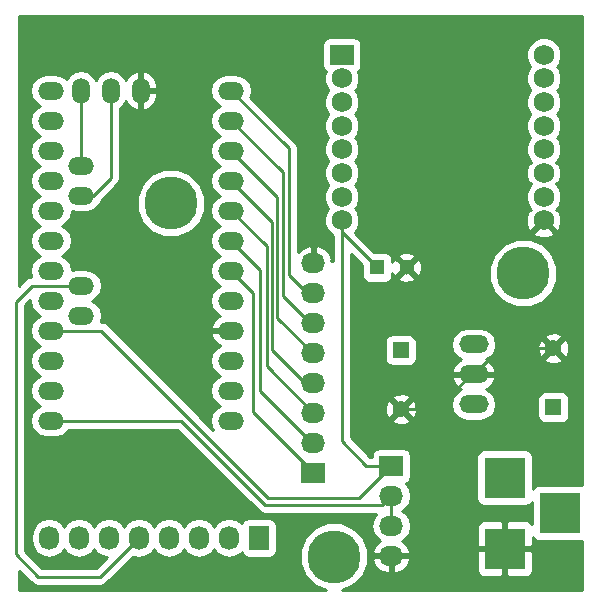
<source format=gbl>
G04 #@! TF.FileFunction,Copper,L2,Bot,Signal*
%FSLAX46Y46*%
G04 Gerber Fmt 4.6, Leading zero omitted, Abs format (unit mm)*
G04 Created by KiCad (PCBNEW 4.0.4+e1-6308~48~ubuntu16.04.1-stable) date Wed Nov 16 10:49:13 2016*
%MOMM*%
%LPD*%
G01*
G04 APERTURE LIST*
%ADD10C,0.100000*%
%ADD11R,2.000000X1.727200*%
%ADD12C,1.727200*%
%ADD13R,1.400000X1.400000*%
%ADD14C,1.400000*%
%ADD15R,1.300000X1.300000*%
%ADD16C,1.300000*%
%ADD17O,2.199640X1.501140*%
%ADD18O,1.501140X2.199640*%
%ADD19R,2.032000X1.727200*%
%ADD20O,2.032000X1.727200*%
%ADD21R,1.727200X2.032000*%
%ADD22O,1.727200X2.032000*%
%ADD23O,2.499360X1.501140*%
%ADD24C,4.500880*%
%ADD25R,3.500120X3.500120*%
%ADD26C,0.250000*%
%ADD27C,0.254000*%
G04 APERTURE END LIST*
D10*
D11*
X115000000Y-87500000D03*
D12*
X115000000Y-89500000D03*
X115000000Y-91500000D03*
X115000000Y-93500000D03*
X115000000Y-95500000D03*
X115000000Y-97500000D03*
X115000000Y-99500000D03*
X115000000Y-101500000D03*
X132100000Y-101500000D03*
X132100000Y-99500000D03*
X132100000Y-97500000D03*
X132100000Y-95500000D03*
X132100000Y-93500000D03*
X132100000Y-91500000D03*
X132100000Y-89500000D03*
X132100000Y-87500000D03*
D13*
X132925000Y-117350000D03*
D14*
X132925000Y-112350000D03*
D13*
X120000000Y-112500000D03*
D14*
X120000000Y-117500000D03*
D15*
X118000000Y-105500000D03*
D16*
X120500000Y-105500000D03*
D17*
X92920000Y-99420000D03*
X92920000Y-96880000D03*
X105620000Y-118470000D03*
X105620000Y-115930000D03*
X105620000Y-113390000D03*
X105620000Y-110850000D03*
X105620000Y-108310000D03*
X105620000Y-105770000D03*
X105620000Y-103230000D03*
X105620000Y-100690000D03*
X105620000Y-98150000D03*
X105620000Y-95610000D03*
X105620000Y-93070000D03*
X105620000Y-90530000D03*
X90380000Y-90530000D03*
X90380000Y-93070000D03*
X90380000Y-95610000D03*
X90380000Y-98150000D03*
X90380000Y-100690000D03*
X90380000Y-103230000D03*
X90380000Y-105770000D03*
X90380000Y-108310000D03*
X90380000Y-110850000D03*
X90380000Y-113390000D03*
X90380000Y-115930000D03*
X90380000Y-118470000D03*
X92920000Y-107040000D03*
X92920000Y-109580000D03*
D18*
X92920000Y-90530000D03*
X95460000Y-90530000D03*
X98000000Y-90530000D03*
D19*
X119200000Y-122300000D03*
D20*
X119200000Y-124840000D03*
X119200000Y-127380000D03*
X119200000Y-129920000D03*
D19*
X112600000Y-122900000D03*
D20*
X112600000Y-120360000D03*
X112600000Y-117820000D03*
X112600000Y-115280000D03*
X112600000Y-112740000D03*
X112600000Y-110200000D03*
X112600000Y-107660000D03*
X112600000Y-105120000D03*
D21*
X108000000Y-128400000D03*
D22*
X105460000Y-128400000D03*
X102920000Y-128400000D03*
X100380000Y-128400000D03*
X97840000Y-128400000D03*
X95300000Y-128400000D03*
X92760000Y-128400000D03*
X90220000Y-128400000D03*
D23*
X126175000Y-114550000D03*
X126175000Y-117090000D03*
X126175000Y-112010000D03*
D24*
X114325000Y-129975000D03*
X130375000Y-106000000D03*
X100525000Y-100075000D03*
D25*
X128800000Y-123299860D03*
X128800000Y-129299340D03*
X133499000Y-126299600D03*
D26*
X132925000Y-112350000D02*
X128375000Y-112350000D01*
X128375000Y-112350000D02*
X126175000Y-114550000D01*
X127000000Y-114500000D02*
X126000000Y-114500000D01*
X126000000Y-114500000D02*
X123000000Y-117500000D01*
X123000000Y-117500000D02*
X120000000Y-117500000D01*
X119200000Y-129920000D02*
X119980000Y-129920000D01*
X119200000Y-127380000D02*
X119200000Y-124840000D01*
X90380000Y-118470000D02*
X101370000Y-118470000D01*
X118440000Y-125600000D02*
X119200000Y-124840000D01*
X108500000Y-125600000D02*
X118440000Y-125600000D01*
X101370000Y-118470000D02*
X108500000Y-125600000D01*
X115000000Y-101500000D02*
X115000000Y-102500000D01*
X115000000Y-102500000D02*
X118000000Y-105500000D01*
X119200000Y-122300000D02*
X117100000Y-122300000D01*
X115000000Y-120200000D02*
X115000000Y-101500000D01*
X117100000Y-122300000D02*
X115000000Y-120200000D01*
X90380000Y-110850000D02*
X94650000Y-110850000D01*
X116500000Y-125000000D02*
X119200000Y-122300000D01*
X108800000Y-125000000D02*
X116500000Y-125000000D01*
X94650000Y-110850000D02*
X108800000Y-125000000D01*
X90380000Y-110850000D02*
X89950000Y-110850000D01*
X92920000Y-99420000D02*
X93980000Y-99420000D01*
X93980000Y-99420000D02*
X95460000Y-97940000D01*
X95460000Y-97940000D02*
X95460000Y-90530000D01*
X92920000Y-96880000D02*
X92920000Y-90530000D01*
X112600000Y-122900000D02*
X112600000Y-122800000D01*
X112600000Y-122800000D02*
X107500000Y-117700000D01*
X107500000Y-117700000D02*
X107500000Y-107650000D01*
X107500000Y-107650000D02*
X105620000Y-105770000D01*
X112600000Y-120360000D02*
X112460000Y-120360000D01*
X112460000Y-120360000D02*
X108100000Y-116000000D01*
X108100000Y-105710000D02*
X105620000Y-103230000D01*
X108100000Y-116000000D02*
X108100000Y-105710000D01*
X112600000Y-120360000D02*
X112360000Y-120360000D01*
X112600000Y-117820000D02*
X112600000Y-117800000D01*
X112600000Y-117800000D02*
X108649994Y-113849994D01*
X108649994Y-103719994D02*
X105620000Y-100690000D01*
X108649994Y-113849994D02*
X108649994Y-103719994D01*
X112600000Y-117820000D02*
X112600000Y-117700000D01*
X112600000Y-115280000D02*
X111880000Y-115280000D01*
X111880000Y-115280000D02*
X109099996Y-112499996D01*
X109099996Y-101629996D02*
X105620000Y-98150000D01*
X109099996Y-112499996D02*
X109099996Y-101629996D01*
X112600000Y-115280000D02*
X112600000Y-115100000D01*
X112600000Y-112740000D02*
X112540000Y-112740000D01*
X112540000Y-112740000D02*
X109549998Y-109749998D01*
X109549998Y-99539998D02*
X105620000Y-95610000D01*
X109549998Y-109749998D02*
X109549998Y-99539998D01*
X112600000Y-112740000D02*
X112240000Y-112740000D01*
X112600000Y-110200000D02*
X112300000Y-110200000D01*
X112300000Y-110200000D02*
X110000000Y-107900000D01*
X110000000Y-97450000D02*
X105620000Y-93070000D01*
X110000000Y-107900000D02*
X110000000Y-97450000D01*
X112600000Y-110200000D02*
X112400000Y-110200000D01*
X112600000Y-107660000D02*
X112060000Y-107660000D01*
X112060000Y-107660000D02*
X110500000Y-106100000D01*
X110500000Y-106100000D02*
X110500000Y-95410000D01*
X110500000Y-95410000D02*
X105620000Y-90530000D01*
X92920000Y-107040000D02*
X88760000Y-107040000D01*
X94540000Y-131700000D02*
X97840000Y-128400000D01*
X89300000Y-131700000D02*
X94540000Y-131700000D01*
X87400000Y-129800000D02*
X89300000Y-131700000D01*
X87400000Y-108400000D02*
X87400000Y-129800000D01*
X88760000Y-107040000D02*
X87400000Y-108400000D01*
D27*
G36*
X135315000Y-123915453D02*
X135249060Y-123902100D01*
X131748940Y-123902100D01*
X131513623Y-123946378D01*
X131297499Y-124085450D01*
X131197500Y-124231803D01*
X131197500Y-121549800D01*
X131153222Y-121314483D01*
X131014150Y-121098359D01*
X130801950Y-120953369D01*
X130550060Y-120902360D01*
X127049940Y-120902360D01*
X126814623Y-120946638D01*
X126598499Y-121085710D01*
X126453509Y-121297910D01*
X126402500Y-121549800D01*
X126402500Y-125049920D01*
X126446778Y-125285237D01*
X126585850Y-125501361D01*
X126798050Y-125646351D01*
X127049940Y-125697360D01*
X130550060Y-125697360D01*
X130785377Y-125653082D01*
X131001501Y-125514010D01*
X131101500Y-125367657D01*
X131101500Y-127221240D01*
X131088387Y-127189582D01*
X130909759Y-127010953D01*
X130676370Y-126914280D01*
X129085750Y-126914280D01*
X128927000Y-127073030D01*
X128927000Y-129172340D01*
X131026310Y-129172340D01*
X131185060Y-129013590D01*
X131185060Y-128346023D01*
X131284850Y-128501101D01*
X131497050Y-128646091D01*
X131748940Y-128697100D01*
X135249060Y-128697100D01*
X135315000Y-128684693D01*
X135315000Y-132815000D01*
X115007614Y-132815000D01*
X115957335Y-132422583D01*
X116769731Y-131611604D01*
X117209938Y-130551467D01*
X117210175Y-130279026D01*
X117592642Y-130279026D01*
X117595291Y-130294791D01*
X117849268Y-130822036D01*
X118285680Y-131211954D01*
X118838087Y-131405184D01*
X119073000Y-131260924D01*
X119073000Y-130047000D01*
X119327000Y-130047000D01*
X119327000Y-131260924D01*
X119561913Y-131405184D01*
X120114320Y-131211954D01*
X120550732Y-130822036D01*
X120804709Y-130294791D01*
X120807358Y-130279026D01*
X120686217Y-130047000D01*
X119327000Y-130047000D01*
X119073000Y-130047000D01*
X117713783Y-130047000D01*
X117592642Y-130279026D01*
X117210175Y-130279026D01*
X117210940Y-129403569D01*
X116772583Y-128342665D01*
X115961604Y-127530269D01*
X114901467Y-127090062D01*
X113753569Y-127089060D01*
X112692665Y-127527417D01*
X111880269Y-128338396D01*
X111440062Y-129398533D01*
X111439060Y-130546431D01*
X111877417Y-131607335D01*
X112688396Y-132419731D01*
X113640310Y-132815000D01*
X87685000Y-132815000D01*
X87685000Y-131159802D01*
X88762599Y-132237401D01*
X89009161Y-132402148D01*
X89300000Y-132460000D01*
X94540000Y-132460000D01*
X94830839Y-132402148D01*
X95077401Y-132237401D01*
X97332421Y-129982381D01*
X97840000Y-130083345D01*
X98413489Y-129969271D01*
X98899670Y-129644415D01*
X99110000Y-129329634D01*
X99320330Y-129644415D01*
X99806511Y-129969271D01*
X100380000Y-130083345D01*
X100953489Y-129969271D01*
X101439670Y-129644415D01*
X101650000Y-129329634D01*
X101860330Y-129644415D01*
X102346511Y-129969271D01*
X102920000Y-130083345D01*
X103493489Y-129969271D01*
X103979670Y-129644415D01*
X104190000Y-129329634D01*
X104400330Y-129644415D01*
X104886511Y-129969271D01*
X105460000Y-130083345D01*
X106033489Y-129969271D01*
X106519670Y-129644415D01*
X106529243Y-129630087D01*
X106533238Y-129651317D01*
X106672310Y-129867441D01*
X106884510Y-130012431D01*
X107136400Y-130063440D01*
X108863600Y-130063440D01*
X109098917Y-130019162D01*
X109315041Y-129880090D01*
X109460031Y-129667890D01*
X109511040Y-129416000D01*
X109511040Y-127384000D01*
X109466762Y-127148683D01*
X109327690Y-126932559D01*
X109115490Y-126787569D01*
X108863600Y-126736560D01*
X107136400Y-126736560D01*
X106901083Y-126780838D01*
X106684959Y-126919910D01*
X106539969Y-127132110D01*
X106531600Y-127173439D01*
X106519670Y-127155585D01*
X106033489Y-126830729D01*
X105460000Y-126716655D01*
X104886511Y-126830729D01*
X104400330Y-127155585D01*
X104190000Y-127470366D01*
X103979670Y-127155585D01*
X103493489Y-126830729D01*
X102920000Y-126716655D01*
X102346511Y-126830729D01*
X101860330Y-127155585D01*
X101650000Y-127470366D01*
X101439670Y-127155585D01*
X100953489Y-126830729D01*
X100380000Y-126716655D01*
X99806511Y-126830729D01*
X99320330Y-127155585D01*
X99110000Y-127470366D01*
X98899670Y-127155585D01*
X98413489Y-126830729D01*
X97840000Y-126716655D01*
X97266511Y-126830729D01*
X96780330Y-127155585D01*
X96570000Y-127470366D01*
X96359670Y-127155585D01*
X95873489Y-126830729D01*
X95300000Y-126716655D01*
X94726511Y-126830729D01*
X94240330Y-127155585D01*
X94030000Y-127470366D01*
X93819670Y-127155585D01*
X93333489Y-126830729D01*
X92760000Y-126716655D01*
X92186511Y-126830729D01*
X91700330Y-127155585D01*
X91490000Y-127470366D01*
X91279670Y-127155585D01*
X90793489Y-126830729D01*
X90220000Y-126716655D01*
X89646511Y-126830729D01*
X89160330Y-127155585D01*
X88835474Y-127641766D01*
X88721400Y-128215255D01*
X88721400Y-128584745D01*
X88835474Y-129158234D01*
X89160330Y-129644415D01*
X89646511Y-129969271D01*
X90220000Y-130083345D01*
X90793489Y-129969271D01*
X91279670Y-129644415D01*
X91490000Y-129329634D01*
X91700330Y-129644415D01*
X92186511Y-129969271D01*
X92760000Y-130083345D01*
X93333489Y-129969271D01*
X93819670Y-129644415D01*
X94030000Y-129329634D01*
X94240330Y-129644415D01*
X94726511Y-129969271D01*
X95118046Y-130047152D01*
X94225198Y-130940000D01*
X89614802Y-130940000D01*
X88160000Y-129485198D01*
X88160000Y-108714802D01*
X88622712Y-108252090D01*
X88611193Y-108310000D01*
X88716663Y-108840235D01*
X89017017Y-109289746D01*
X89451412Y-109580000D01*
X89017017Y-109870254D01*
X88716663Y-110319765D01*
X88611193Y-110850000D01*
X88716663Y-111380235D01*
X89017017Y-111829746D01*
X89451412Y-112120000D01*
X89017017Y-112410254D01*
X88716663Y-112859765D01*
X88611193Y-113390000D01*
X88716663Y-113920235D01*
X89017017Y-114369746D01*
X89451412Y-114660000D01*
X89017017Y-114950254D01*
X88716663Y-115399765D01*
X88611193Y-115930000D01*
X88716663Y-116460235D01*
X89017017Y-116909746D01*
X89451412Y-117200000D01*
X89017017Y-117490254D01*
X88716663Y-117939765D01*
X88611193Y-118470000D01*
X88716663Y-119000235D01*
X89017017Y-119449746D01*
X89466528Y-119750100D01*
X89996763Y-119855570D01*
X90763237Y-119855570D01*
X91293472Y-119750100D01*
X91742983Y-119449746D01*
X91889813Y-119230000D01*
X101055198Y-119230000D01*
X107962599Y-126137401D01*
X108209161Y-126302148D01*
X108500000Y-126360000D01*
X117929078Y-126360000D01*
X117630729Y-126806511D01*
X117516655Y-127380000D01*
X117630729Y-127953489D01*
X117955585Y-128439670D01*
X118265069Y-128646461D01*
X117849268Y-129017964D01*
X117595291Y-129545209D01*
X117592642Y-129560974D01*
X117713783Y-129793000D01*
X119073000Y-129793000D01*
X119073000Y-129773000D01*
X119327000Y-129773000D01*
X119327000Y-129793000D01*
X120686217Y-129793000D01*
X120794767Y-129585090D01*
X126414940Y-129585090D01*
X126414940Y-131175709D01*
X126511613Y-131409098D01*
X126690241Y-131587727D01*
X126923630Y-131684400D01*
X128514250Y-131684400D01*
X128673000Y-131525650D01*
X128673000Y-129426340D01*
X128927000Y-129426340D01*
X128927000Y-131525650D01*
X129085750Y-131684400D01*
X130676370Y-131684400D01*
X130909759Y-131587727D01*
X131088387Y-131409098D01*
X131185060Y-131175709D01*
X131185060Y-129585090D01*
X131026310Y-129426340D01*
X128927000Y-129426340D01*
X128673000Y-129426340D01*
X126573690Y-129426340D01*
X126414940Y-129585090D01*
X120794767Y-129585090D01*
X120807358Y-129560974D01*
X120804709Y-129545209D01*
X120550732Y-129017964D01*
X120134931Y-128646461D01*
X120444415Y-128439670D01*
X120769271Y-127953489D01*
X120874797Y-127422971D01*
X126414940Y-127422971D01*
X126414940Y-129013590D01*
X126573690Y-129172340D01*
X128673000Y-129172340D01*
X128673000Y-127073030D01*
X128514250Y-126914280D01*
X126923630Y-126914280D01*
X126690241Y-127010953D01*
X126511613Y-127189582D01*
X126414940Y-127422971D01*
X120874797Y-127422971D01*
X120883345Y-127380000D01*
X120769271Y-126806511D01*
X120444415Y-126320330D01*
X120129634Y-126110000D01*
X120444415Y-125899670D01*
X120769271Y-125413489D01*
X120883345Y-124840000D01*
X120769271Y-124266511D01*
X120444415Y-123780330D01*
X120430087Y-123770757D01*
X120451317Y-123766762D01*
X120667441Y-123627690D01*
X120812431Y-123415490D01*
X120863440Y-123163600D01*
X120863440Y-121436400D01*
X120819162Y-121201083D01*
X120680090Y-120984959D01*
X120467890Y-120839969D01*
X120216000Y-120788960D01*
X118184000Y-120788960D01*
X117948683Y-120833238D01*
X117732559Y-120972310D01*
X117587569Y-121184510D01*
X117536560Y-121436400D01*
X117536560Y-121540000D01*
X117414802Y-121540000D01*
X115760000Y-119885198D01*
X115760000Y-118435275D01*
X119244331Y-118435275D01*
X119306169Y-118671042D01*
X119807122Y-118847419D01*
X120337440Y-118818664D01*
X120693831Y-118671042D01*
X120755669Y-118435275D01*
X120000000Y-117679605D01*
X119244331Y-118435275D01*
X115760000Y-118435275D01*
X115760000Y-117307122D01*
X118652581Y-117307122D01*
X118681336Y-117837440D01*
X118828958Y-118193831D01*
X119064725Y-118255669D01*
X119820395Y-117500000D01*
X120179605Y-117500000D01*
X120935275Y-118255669D01*
X121171042Y-118193831D01*
X121347419Y-117692878D01*
X121318664Y-117162560D01*
X121288609Y-117090000D01*
X124253397Y-117090000D01*
X124358867Y-117620235D01*
X124659221Y-118069746D01*
X125108732Y-118370100D01*
X125638967Y-118475570D01*
X126711033Y-118475570D01*
X127241268Y-118370100D01*
X127690779Y-118069746D01*
X127991133Y-117620235D01*
X128096603Y-117090000D01*
X128009082Y-116650000D01*
X131577560Y-116650000D01*
X131577560Y-118050000D01*
X131621838Y-118285317D01*
X131760910Y-118501441D01*
X131973110Y-118646431D01*
X132225000Y-118697440D01*
X133625000Y-118697440D01*
X133860317Y-118653162D01*
X134076441Y-118514090D01*
X134221431Y-118301890D01*
X134272440Y-118050000D01*
X134272440Y-116650000D01*
X134228162Y-116414683D01*
X134089090Y-116198559D01*
X133876890Y-116053569D01*
X133625000Y-116002560D01*
X132225000Y-116002560D01*
X131989683Y-116046838D01*
X131773559Y-116185910D01*
X131628569Y-116398110D01*
X131577560Y-116650000D01*
X128009082Y-116650000D01*
X127991133Y-116559765D01*
X127690779Y-116110254D01*
X127241268Y-115809900D01*
X127231968Y-115808050D01*
X127321677Y-115781499D01*
X127743658Y-115439944D01*
X128002810Y-114962903D01*
X128016993Y-114891275D01*
X127894339Y-114677000D01*
X126302000Y-114677000D01*
X126302000Y-114697000D01*
X126048000Y-114697000D01*
X126048000Y-114677000D01*
X124455661Y-114677000D01*
X124333007Y-114891275D01*
X124347190Y-114962903D01*
X124606342Y-115439944D01*
X125028323Y-115781499D01*
X125118032Y-115808050D01*
X125108732Y-115809900D01*
X124659221Y-116110254D01*
X124358867Y-116559765D01*
X124253397Y-117090000D01*
X121288609Y-117090000D01*
X121171042Y-116806169D01*
X120935275Y-116744331D01*
X120179605Y-117500000D01*
X119820395Y-117500000D01*
X119064725Y-116744331D01*
X118828958Y-116806169D01*
X118652581Y-117307122D01*
X115760000Y-117307122D01*
X115760000Y-116564725D01*
X119244331Y-116564725D01*
X120000000Y-117320395D01*
X120755669Y-116564725D01*
X120693831Y-116328958D01*
X120192878Y-116152581D01*
X119662560Y-116181336D01*
X119306169Y-116328958D01*
X119244331Y-116564725D01*
X115760000Y-116564725D01*
X115760000Y-111800000D01*
X118652560Y-111800000D01*
X118652560Y-113200000D01*
X118696838Y-113435317D01*
X118835910Y-113651441D01*
X119048110Y-113796431D01*
X119300000Y-113847440D01*
X120700000Y-113847440D01*
X120935317Y-113803162D01*
X121151441Y-113664090D01*
X121296431Y-113451890D01*
X121347440Y-113200000D01*
X121347440Y-112010000D01*
X124253397Y-112010000D01*
X124358867Y-112540235D01*
X124659221Y-112989746D01*
X125108732Y-113290100D01*
X125118032Y-113291950D01*
X125028323Y-113318501D01*
X124606342Y-113660056D01*
X124347190Y-114137097D01*
X124333007Y-114208725D01*
X124455661Y-114423000D01*
X126048000Y-114423000D01*
X126048000Y-114403000D01*
X126302000Y-114403000D01*
X126302000Y-114423000D01*
X127894339Y-114423000D01*
X128016993Y-114208725D01*
X128002810Y-114137097D01*
X127743658Y-113660056D01*
X127321677Y-113318501D01*
X127231968Y-113291950D01*
X127241268Y-113290100D01*
X127248489Y-113285275D01*
X132169331Y-113285275D01*
X132231169Y-113521042D01*
X132732122Y-113697419D01*
X133262440Y-113668664D01*
X133618831Y-113521042D01*
X133680669Y-113285275D01*
X132925000Y-112529605D01*
X132169331Y-113285275D01*
X127248489Y-113285275D01*
X127690779Y-112989746D01*
X127991133Y-112540235D01*
X128067338Y-112157122D01*
X131577581Y-112157122D01*
X131606336Y-112687440D01*
X131753958Y-113043831D01*
X131989725Y-113105669D01*
X132745395Y-112350000D01*
X133104605Y-112350000D01*
X133860275Y-113105669D01*
X134096042Y-113043831D01*
X134272419Y-112542878D01*
X134243664Y-112012560D01*
X134096042Y-111656169D01*
X133860275Y-111594331D01*
X133104605Y-112350000D01*
X132745395Y-112350000D01*
X131989725Y-111594331D01*
X131753958Y-111656169D01*
X131577581Y-112157122D01*
X128067338Y-112157122D01*
X128096603Y-112010000D01*
X127991133Y-111479765D01*
X127947675Y-111414725D01*
X132169331Y-111414725D01*
X132925000Y-112170395D01*
X133680669Y-111414725D01*
X133618831Y-111178958D01*
X133117878Y-111002581D01*
X132587560Y-111031336D01*
X132231169Y-111178958D01*
X132169331Y-111414725D01*
X127947675Y-111414725D01*
X127690779Y-111030254D01*
X127241268Y-110729900D01*
X126711033Y-110624430D01*
X125638967Y-110624430D01*
X125108732Y-110729900D01*
X124659221Y-111030254D01*
X124358867Y-111479765D01*
X124253397Y-112010000D01*
X121347440Y-112010000D01*
X121347440Y-111800000D01*
X121303162Y-111564683D01*
X121164090Y-111348559D01*
X120951890Y-111203569D01*
X120700000Y-111152560D01*
X119300000Y-111152560D01*
X119064683Y-111196838D01*
X118848559Y-111335910D01*
X118703569Y-111548110D01*
X118652560Y-111800000D01*
X115760000Y-111800000D01*
X115760000Y-104334802D01*
X116702560Y-105277362D01*
X116702560Y-106150000D01*
X116746838Y-106385317D01*
X116885910Y-106601441D01*
X117098110Y-106746431D01*
X117350000Y-106797440D01*
X118650000Y-106797440D01*
X118885317Y-106753162D01*
X119101441Y-106614090D01*
X119246431Y-106401890D01*
X119247012Y-106399016D01*
X119780590Y-106399016D01*
X119836271Y-106629611D01*
X120319078Y-106797622D01*
X120829428Y-106768083D01*
X121163729Y-106629611D01*
X121177777Y-106571431D01*
X127489060Y-106571431D01*
X127927417Y-107632335D01*
X128738396Y-108444731D01*
X129798533Y-108884938D01*
X130946431Y-108885940D01*
X132007335Y-108447583D01*
X132819731Y-107636604D01*
X133259938Y-106576467D01*
X133260940Y-105428569D01*
X132822583Y-104367665D01*
X132011604Y-103555269D01*
X130951467Y-103115062D01*
X129803569Y-103114060D01*
X128742665Y-103552417D01*
X127930269Y-104363396D01*
X127490062Y-105423533D01*
X127489060Y-106571431D01*
X121177777Y-106571431D01*
X121219410Y-106399016D01*
X120500000Y-105679605D01*
X119780590Y-106399016D01*
X119247012Y-106399016D01*
X119297440Y-106150000D01*
X119297440Y-105987615D01*
X119370389Y-106163729D01*
X119600984Y-106219410D01*
X120320395Y-105500000D01*
X120679605Y-105500000D01*
X121399016Y-106219410D01*
X121629611Y-106163729D01*
X121797622Y-105680922D01*
X121768083Y-105170572D01*
X121629611Y-104836271D01*
X121399016Y-104780590D01*
X120679605Y-105500000D01*
X120320395Y-105500000D01*
X119600984Y-104780590D01*
X119370389Y-104836271D01*
X119297440Y-105045902D01*
X119297440Y-104850000D01*
X119253162Y-104614683D01*
X119244347Y-104600984D01*
X119780590Y-104600984D01*
X120500000Y-105320395D01*
X121219410Y-104600984D01*
X121163729Y-104370389D01*
X120680922Y-104202378D01*
X120170572Y-104231917D01*
X119836271Y-104370389D01*
X119780590Y-104600984D01*
X119244347Y-104600984D01*
X119114090Y-104398559D01*
X118901890Y-104253569D01*
X118650000Y-104202560D01*
X117777362Y-104202560D01*
X116128607Y-102553805D01*
X131225800Y-102553805D01*
X131307741Y-102806516D01*
X131868030Y-103010248D01*
X132463635Y-102984058D01*
X132892259Y-102806516D01*
X132974200Y-102553805D01*
X132100000Y-101679605D01*
X131225800Y-102553805D01*
X116128607Y-102553805D01*
X116097104Y-102522302D01*
X116269710Y-102349997D01*
X116498339Y-101799398D01*
X116498859Y-101203218D01*
X116271192Y-100652220D01*
X116119341Y-100500104D01*
X116269710Y-100349997D01*
X116498339Y-99799398D01*
X116498859Y-99203218D01*
X116271192Y-98652220D01*
X116119341Y-98500104D01*
X116269710Y-98349997D01*
X116498339Y-97799398D01*
X116498802Y-97268030D01*
X130589752Y-97268030D01*
X130615942Y-97863635D01*
X130793484Y-98292259D01*
X131046193Y-98374199D01*
X130931525Y-98488867D01*
X130961590Y-98518932D01*
X130830290Y-98650003D01*
X130601661Y-99200602D01*
X130601141Y-99796782D01*
X130828808Y-100347780D01*
X130961727Y-100480931D01*
X130931525Y-100511133D01*
X131046193Y-100625801D01*
X130793484Y-100707741D01*
X130589752Y-101268030D01*
X130615942Y-101863635D01*
X130793484Y-102292259D01*
X131046195Y-102374200D01*
X131920395Y-101500000D01*
X131906253Y-101485858D01*
X132085858Y-101306253D01*
X132100000Y-101320395D01*
X132114143Y-101306253D01*
X132293748Y-101485858D01*
X132279605Y-101500000D01*
X133153805Y-102374200D01*
X133406516Y-102292259D01*
X133610248Y-101731970D01*
X133584058Y-101136365D01*
X133406516Y-100707741D01*
X133153807Y-100625801D01*
X133268475Y-100511133D01*
X133238410Y-100481068D01*
X133369710Y-100349997D01*
X133598339Y-99799398D01*
X133598859Y-99203218D01*
X133371192Y-98652220D01*
X133238273Y-98519069D01*
X133268475Y-98488867D01*
X133153807Y-98374199D01*
X133406516Y-98292259D01*
X133610248Y-97731970D01*
X133584058Y-97136365D01*
X133406516Y-96707741D01*
X133153807Y-96625801D01*
X133268475Y-96511133D01*
X133238410Y-96481068D01*
X133369710Y-96349997D01*
X133598339Y-95799398D01*
X133598859Y-95203218D01*
X133371192Y-94652220D01*
X133219341Y-94500104D01*
X133369710Y-94349997D01*
X133598339Y-93799398D01*
X133598859Y-93203218D01*
X133371192Y-92652220D01*
X133219341Y-92500104D01*
X133369710Y-92349997D01*
X133598339Y-91799398D01*
X133598859Y-91203218D01*
X133371192Y-90652220D01*
X133219341Y-90500104D01*
X133369710Y-90349997D01*
X133598339Y-89799398D01*
X133598859Y-89203218D01*
X133371192Y-88652220D01*
X133219341Y-88500104D01*
X133369710Y-88349997D01*
X133598339Y-87799398D01*
X133598859Y-87203218D01*
X133371192Y-86652220D01*
X132949997Y-86230290D01*
X132399398Y-86001661D01*
X131803218Y-86001141D01*
X131252220Y-86228808D01*
X130830290Y-86650003D01*
X130601661Y-87200602D01*
X130601141Y-87796782D01*
X130828808Y-88347780D01*
X130980659Y-88499896D01*
X130830290Y-88650003D01*
X130601661Y-89200602D01*
X130601141Y-89796782D01*
X130828808Y-90347780D01*
X130980659Y-90499896D01*
X130830290Y-90650003D01*
X130601661Y-91200602D01*
X130601141Y-91796782D01*
X130828808Y-92347780D01*
X130980659Y-92499896D01*
X130830290Y-92650003D01*
X130601661Y-93200602D01*
X130601141Y-93796782D01*
X130828808Y-94347780D01*
X130980659Y-94499896D01*
X130830290Y-94650003D01*
X130601661Y-95200602D01*
X130601141Y-95796782D01*
X130828808Y-96347780D01*
X130961727Y-96480931D01*
X130931525Y-96511133D01*
X131046193Y-96625801D01*
X130793484Y-96707741D01*
X130589752Y-97268030D01*
X116498802Y-97268030D01*
X116498859Y-97203218D01*
X116271192Y-96652220D01*
X116119341Y-96500104D01*
X116269710Y-96349997D01*
X116498339Y-95799398D01*
X116498859Y-95203218D01*
X116271192Y-94652220D01*
X116119341Y-94500104D01*
X116269710Y-94349997D01*
X116498339Y-93799398D01*
X116498859Y-93203218D01*
X116271192Y-92652220D01*
X116119341Y-92500104D01*
X116269710Y-92349997D01*
X116498339Y-91799398D01*
X116498859Y-91203218D01*
X116271192Y-90652220D01*
X116119341Y-90500104D01*
X116269710Y-90349997D01*
X116498339Y-89799398D01*
X116498859Y-89203218D01*
X116366325Y-88882461D01*
X116451441Y-88827690D01*
X116596431Y-88615490D01*
X116647440Y-88363600D01*
X116647440Y-86636400D01*
X116603162Y-86401083D01*
X116464090Y-86184959D01*
X116251890Y-86039969D01*
X116000000Y-85988960D01*
X114000000Y-85988960D01*
X113764683Y-86033238D01*
X113548559Y-86172310D01*
X113403569Y-86384510D01*
X113352560Y-86636400D01*
X113352560Y-88363600D01*
X113396838Y-88598917D01*
X113535910Y-88815041D01*
X113633946Y-88882026D01*
X113501661Y-89200602D01*
X113501141Y-89796782D01*
X113728808Y-90347780D01*
X113880659Y-90499896D01*
X113730290Y-90650003D01*
X113501661Y-91200602D01*
X113501141Y-91796782D01*
X113728808Y-92347780D01*
X113880659Y-92499896D01*
X113730290Y-92650003D01*
X113501661Y-93200602D01*
X113501141Y-93796782D01*
X113728808Y-94347780D01*
X113880659Y-94499896D01*
X113730290Y-94650003D01*
X113501661Y-95200602D01*
X113501141Y-95796782D01*
X113728808Y-96347780D01*
X113880659Y-96499896D01*
X113730290Y-96650003D01*
X113501661Y-97200602D01*
X113501141Y-97796782D01*
X113728808Y-98347780D01*
X113880659Y-98499896D01*
X113730290Y-98650003D01*
X113501661Y-99200602D01*
X113501141Y-99796782D01*
X113728808Y-100347780D01*
X113880659Y-100499896D01*
X113730290Y-100650003D01*
X113501661Y-101200602D01*
X113501141Y-101796782D01*
X113728808Y-102347780D01*
X114150003Y-102769710D01*
X114240000Y-102807080D01*
X114240000Y-104992998D01*
X114086218Y-104992998D01*
X114207358Y-104760974D01*
X114204709Y-104745209D01*
X113950732Y-104217964D01*
X113514320Y-103828046D01*
X112961913Y-103634816D01*
X112727000Y-103779076D01*
X112727000Y-104993000D01*
X112747000Y-104993000D01*
X112747000Y-105247000D01*
X112727000Y-105247000D01*
X112727000Y-105267000D01*
X112473000Y-105267000D01*
X112473000Y-105247000D01*
X112453000Y-105247000D01*
X112453000Y-104993000D01*
X112473000Y-104993000D01*
X112473000Y-103779076D01*
X112238087Y-103634816D01*
X111685680Y-103828046D01*
X111260000Y-104208375D01*
X111260000Y-95410000D01*
X111202148Y-95119161D01*
X111202148Y-95119160D01*
X111037401Y-94872599D01*
X107259985Y-91095183D01*
X107283337Y-91060235D01*
X107388807Y-90530000D01*
X107283337Y-89999765D01*
X106982983Y-89550254D01*
X106533472Y-89249900D01*
X106003237Y-89144430D01*
X105236763Y-89144430D01*
X104706528Y-89249900D01*
X104257017Y-89550254D01*
X103956663Y-89999765D01*
X103851193Y-90530000D01*
X103956663Y-91060235D01*
X104257017Y-91509746D01*
X104691412Y-91800000D01*
X104257017Y-92090254D01*
X103956663Y-92539765D01*
X103851193Y-93070000D01*
X103956663Y-93600235D01*
X104257017Y-94049746D01*
X104691412Y-94340000D01*
X104257017Y-94630254D01*
X103956663Y-95079765D01*
X103851193Y-95610000D01*
X103956663Y-96140235D01*
X104257017Y-96589746D01*
X104691412Y-96880000D01*
X104257017Y-97170254D01*
X103956663Y-97619765D01*
X103851193Y-98150000D01*
X103956663Y-98680235D01*
X104257017Y-99129746D01*
X104691412Y-99420000D01*
X104257017Y-99710254D01*
X103956663Y-100159765D01*
X103851193Y-100690000D01*
X103956663Y-101220235D01*
X104257017Y-101669746D01*
X104691412Y-101960000D01*
X104257017Y-102250254D01*
X103956663Y-102699765D01*
X103851193Y-103230000D01*
X103956663Y-103760235D01*
X104257017Y-104209746D01*
X104691412Y-104500000D01*
X104257017Y-104790254D01*
X103956663Y-105239765D01*
X103851193Y-105770000D01*
X103956663Y-106300235D01*
X104257017Y-106749746D01*
X104691412Y-107040000D01*
X104257017Y-107330254D01*
X103956663Y-107779765D01*
X103851193Y-108310000D01*
X103956663Y-108840235D01*
X104257017Y-109289746D01*
X104706528Y-109590100D01*
X104714072Y-109591601D01*
X104623183Y-109618501D01*
X104201202Y-109960056D01*
X103942050Y-110437097D01*
X103927867Y-110508725D01*
X104050521Y-110723000D01*
X105493000Y-110723000D01*
X105493000Y-110703000D01*
X105747000Y-110703000D01*
X105747000Y-110723000D01*
X105767000Y-110723000D01*
X105767000Y-110977000D01*
X105747000Y-110977000D01*
X105747000Y-110997000D01*
X105493000Y-110997000D01*
X105493000Y-110977000D01*
X104050521Y-110977000D01*
X103927867Y-111191275D01*
X103942050Y-111262903D01*
X104201202Y-111739944D01*
X104623183Y-112081499D01*
X104714072Y-112108399D01*
X104706528Y-112109900D01*
X104257017Y-112410254D01*
X103956663Y-112859765D01*
X103851193Y-113390000D01*
X103956663Y-113920235D01*
X104257017Y-114369746D01*
X104691412Y-114660000D01*
X104257017Y-114950254D01*
X103956663Y-115399765D01*
X103851193Y-115930000D01*
X103956663Y-116460235D01*
X104257017Y-116909746D01*
X104691412Y-117200000D01*
X104257017Y-117490254D01*
X103956663Y-117939765D01*
X103851193Y-118470000D01*
X103956663Y-119000235D01*
X104121031Y-119246229D01*
X95187401Y-110312599D01*
X94940839Y-110147852D01*
X94650000Y-110090000D01*
X94587362Y-110090000D01*
X94688807Y-109580000D01*
X94583337Y-109049765D01*
X94282983Y-108600254D01*
X93848588Y-108310000D01*
X94282983Y-108019746D01*
X94583337Y-107570235D01*
X94688807Y-107040000D01*
X94583337Y-106509765D01*
X94282983Y-106060254D01*
X93833472Y-105759900D01*
X93303237Y-105654430D01*
X92536763Y-105654430D01*
X92141459Y-105733061D01*
X92043337Y-105239765D01*
X91742983Y-104790254D01*
X91308588Y-104500000D01*
X91742983Y-104209746D01*
X92043337Y-103760235D01*
X92148807Y-103230000D01*
X92043337Y-102699765D01*
X91742983Y-102250254D01*
X91308588Y-101960000D01*
X91742983Y-101669746D01*
X92043337Y-101220235D01*
X92141459Y-100726939D01*
X92536763Y-100805570D01*
X93303237Y-100805570D01*
X93833472Y-100700100D01*
X93913793Y-100646431D01*
X97639060Y-100646431D01*
X98077417Y-101707335D01*
X98888396Y-102519731D01*
X99948533Y-102959938D01*
X101096431Y-102960940D01*
X102157335Y-102522583D01*
X102969731Y-101711604D01*
X103409938Y-100651467D01*
X103410940Y-99503569D01*
X102972583Y-98442665D01*
X102161604Y-97630269D01*
X101101467Y-97190062D01*
X99953569Y-97189060D01*
X98892665Y-97627417D01*
X98080269Y-98438396D01*
X97640062Y-99498533D01*
X97639060Y-100646431D01*
X93913793Y-100646431D01*
X94282983Y-100399746D01*
X94583337Y-99950235D01*
X94597930Y-99876872D01*
X95997401Y-98477401D01*
X96162148Y-98230839D01*
X96220000Y-97940000D01*
X96220000Y-92039813D01*
X96439746Y-91892983D01*
X96740100Y-91443472D01*
X96741601Y-91435928D01*
X96768501Y-91526817D01*
X97110056Y-91948798D01*
X97587097Y-92207950D01*
X97658725Y-92222133D01*
X97873000Y-92099479D01*
X97873000Y-90657000D01*
X98127000Y-90657000D01*
X98127000Y-92099479D01*
X98341275Y-92222133D01*
X98412903Y-92207950D01*
X98889944Y-91948798D01*
X99231499Y-91526817D01*
X99385570Y-91006250D01*
X99385570Y-90657000D01*
X98127000Y-90657000D01*
X97873000Y-90657000D01*
X97853000Y-90657000D01*
X97853000Y-90403000D01*
X97873000Y-90403000D01*
X97873000Y-88960521D01*
X98127000Y-88960521D01*
X98127000Y-90403000D01*
X99385570Y-90403000D01*
X99385570Y-90053750D01*
X99231499Y-89533183D01*
X98889944Y-89111202D01*
X98412903Y-88852050D01*
X98341275Y-88837867D01*
X98127000Y-88960521D01*
X97873000Y-88960521D01*
X97658725Y-88837867D01*
X97587097Y-88852050D01*
X97110056Y-89111202D01*
X96768501Y-89533183D01*
X96741601Y-89624072D01*
X96740100Y-89616528D01*
X96439746Y-89167017D01*
X95990235Y-88866663D01*
X95460000Y-88761193D01*
X94929765Y-88866663D01*
X94480254Y-89167017D01*
X94190000Y-89601412D01*
X93899746Y-89167017D01*
X93450235Y-88866663D01*
X92920000Y-88761193D01*
X92389765Y-88866663D01*
X91940254Y-89167017D01*
X91702332Y-89523092D01*
X91293472Y-89249900D01*
X90763237Y-89144430D01*
X89996763Y-89144430D01*
X89466528Y-89249900D01*
X89017017Y-89550254D01*
X88716663Y-89999765D01*
X88611193Y-90530000D01*
X88716663Y-91060235D01*
X89017017Y-91509746D01*
X89451412Y-91800000D01*
X89017017Y-92090254D01*
X88716663Y-92539765D01*
X88611193Y-93070000D01*
X88716663Y-93600235D01*
X89017017Y-94049746D01*
X89451412Y-94340000D01*
X89017017Y-94630254D01*
X88716663Y-95079765D01*
X88611193Y-95610000D01*
X88716663Y-96140235D01*
X89017017Y-96589746D01*
X89451412Y-96880000D01*
X89017017Y-97170254D01*
X88716663Y-97619765D01*
X88611193Y-98150000D01*
X88716663Y-98680235D01*
X89017017Y-99129746D01*
X89451412Y-99420000D01*
X89017017Y-99710254D01*
X88716663Y-100159765D01*
X88611193Y-100690000D01*
X88716663Y-101220235D01*
X89017017Y-101669746D01*
X89451412Y-101960000D01*
X89017017Y-102250254D01*
X88716663Y-102699765D01*
X88611193Y-103230000D01*
X88716663Y-103760235D01*
X89017017Y-104209746D01*
X89451412Y-104500000D01*
X89017017Y-104790254D01*
X88716663Y-105239765D01*
X88611193Y-105770000D01*
X88714441Y-106289062D01*
X88517414Y-106328254D01*
X88469160Y-106337852D01*
X88222599Y-106502599D01*
X87685000Y-107040198D01*
X87685000Y-84185000D01*
X135315000Y-84185000D01*
X135315000Y-123915453D01*
X135315000Y-123915453D01*
G37*
X135315000Y-123915453D02*
X135249060Y-123902100D01*
X131748940Y-123902100D01*
X131513623Y-123946378D01*
X131297499Y-124085450D01*
X131197500Y-124231803D01*
X131197500Y-121549800D01*
X131153222Y-121314483D01*
X131014150Y-121098359D01*
X130801950Y-120953369D01*
X130550060Y-120902360D01*
X127049940Y-120902360D01*
X126814623Y-120946638D01*
X126598499Y-121085710D01*
X126453509Y-121297910D01*
X126402500Y-121549800D01*
X126402500Y-125049920D01*
X126446778Y-125285237D01*
X126585850Y-125501361D01*
X126798050Y-125646351D01*
X127049940Y-125697360D01*
X130550060Y-125697360D01*
X130785377Y-125653082D01*
X131001501Y-125514010D01*
X131101500Y-125367657D01*
X131101500Y-127221240D01*
X131088387Y-127189582D01*
X130909759Y-127010953D01*
X130676370Y-126914280D01*
X129085750Y-126914280D01*
X128927000Y-127073030D01*
X128927000Y-129172340D01*
X131026310Y-129172340D01*
X131185060Y-129013590D01*
X131185060Y-128346023D01*
X131284850Y-128501101D01*
X131497050Y-128646091D01*
X131748940Y-128697100D01*
X135249060Y-128697100D01*
X135315000Y-128684693D01*
X135315000Y-132815000D01*
X115007614Y-132815000D01*
X115957335Y-132422583D01*
X116769731Y-131611604D01*
X117209938Y-130551467D01*
X117210175Y-130279026D01*
X117592642Y-130279026D01*
X117595291Y-130294791D01*
X117849268Y-130822036D01*
X118285680Y-131211954D01*
X118838087Y-131405184D01*
X119073000Y-131260924D01*
X119073000Y-130047000D01*
X119327000Y-130047000D01*
X119327000Y-131260924D01*
X119561913Y-131405184D01*
X120114320Y-131211954D01*
X120550732Y-130822036D01*
X120804709Y-130294791D01*
X120807358Y-130279026D01*
X120686217Y-130047000D01*
X119327000Y-130047000D01*
X119073000Y-130047000D01*
X117713783Y-130047000D01*
X117592642Y-130279026D01*
X117210175Y-130279026D01*
X117210940Y-129403569D01*
X116772583Y-128342665D01*
X115961604Y-127530269D01*
X114901467Y-127090062D01*
X113753569Y-127089060D01*
X112692665Y-127527417D01*
X111880269Y-128338396D01*
X111440062Y-129398533D01*
X111439060Y-130546431D01*
X111877417Y-131607335D01*
X112688396Y-132419731D01*
X113640310Y-132815000D01*
X87685000Y-132815000D01*
X87685000Y-131159802D01*
X88762599Y-132237401D01*
X89009161Y-132402148D01*
X89300000Y-132460000D01*
X94540000Y-132460000D01*
X94830839Y-132402148D01*
X95077401Y-132237401D01*
X97332421Y-129982381D01*
X97840000Y-130083345D01*
X98413489Y-129969271D01*
X98899670Y-129644415D01*
X99110000Y-129329634D01*
X99320330Y-129644415D01*
X99806511Y-129969271D01*
X100380000Y-130083345D01*
X100953489Y-129969271D01*
X101439670Y-129644415D01*
X101650000Y-129329634D01*
X101860330Y-129644415D01*
X102346511Y-129969271D01*
X102920000Y-130083345D01*
X103493489Y-129969271D01*
X103979670Y-129644415D01*
X104190000Y-129329634D01*
X104400330Y-129644415D01*
X104886511Y-129969271D01*
X105460000Y-130083345D01*
X106033489Y-129969271D01*
X106519670Y-129644415D01*
X106529243Y-129630087D01*
X106533238Y-129651317D01*
X106672310Y-129867441D01*
X106884510Y-130012431D01*
X107136400Y-130063440D01*
X108863600Y-130063440D01*
X109098917Y-130019162D01*
X109315041Y-129880090D01*
X109460031Y-129667890D01*
X109511040Y-129416000D01*
X109511040Y-127384000D01*
X109466762Y-127148683D01*
X109327690Y-126932559D01*
X109115490Y-126787569D01*
X108863600Y-126736560D01*
X107136400Y-126736560D01*
X106901083Y-126780838D01*
X106684959Y-126919910D01*
X106539969Y-127132110D01*
X106531600Y-127173439D01*
X106519670Y-127155585D01*
X106033489Y-126830729D01*
X105460000Y-126716655D01*
X104886511Y-126830729D01*
X104400330Y-127155585D01*
X104190000Y-127470366D01*
X103979670Y-127155585D01*
X103493489Y-126830729D01*
X102920000Y-126716655D01*
X102346511Y-126830729D01*
X101860330Y-127155585D01*
X101650000Y-127470366D01*
X101439670Y-127155585D01*
X100953489Y-126830729D01*
X100380000Y-126716655D01*
X99806511Y-126830729D01*
X99320330Y-127155585D01*
X99110000Y-127470366D01*
X98899670Y-127155585D01*
X98413489Y-126830729D01*
X97840000Y-126716655D01*
X97266511Y-126830729D01*
X96780330Y-127155585D01*
X96570000Y-127470366D01*
X96359670Y-127155585D01*
X95873489Y-126830729D01*
X95300000Y-126716655D01*
X94726511Y-126830729D01*
X94240330Y-127155585D01*
X94030000Y-127470366D01*
X93819670Y-127155585D01*
X93333489Y-126830729D01*
X92760000Y-126716655D01*
X92186511Y-126830729D01*
X91700330Y-127155585D01*
X91490000Y-127470366D01*
X91279670Y-127155585D01*
X90793489Y-126830729D01*
X90220000Y-126716655D01*
X89646511Y-126830729D01*
X89160330Y-127155585D01*
X88835474Y-127641766D01*
X88721400Y-128215255D01*
X88721400Y-128584745D01*
X88835474Y-129158234D01*
X89160330Y-129644415D01*
X89646511Y-129969271D01*
X90220000Y-130083345D01*
X90793489Y-129969271D01*
X91279670Y-129644415D01*
X91490000Y-129329634D01*
X91700330Y-129644415D01*
X92186511Y-129969271D01*
X92760000Y-130083345D01*
X93333489Y-129969271D01*
X93819670Y-129644415D01*
X94030000Y-129329634D01*
X94240330Y-129644415D01*
X94726511Y-129969271D01*
X95118046Y-130047152D01*
X94225198Y-130940000D01*
X89614802Y-130940000D01*
X88160000Y-129485198D01*
X88160000Y-108714802D01*
X88622712Y-108252090D01*
X88611193Y-108310000D01*
X88716663Y-108840235D01*
X89017017Y-109289746D01*
X89451412Y-109580000D01*
X89017017Y-109870254D01*
X88716663Y-110319765D01*
X88611193Y-110850000D01*
X88716663Y-111380235D01*
X89017017Y-111829746D01*
X89451412Y-112120000D01*
X89017017Y-112410254D01*
X88716663Y-112859765D01*
X88611193Y-113390000D01*
X88716663Y-113920235D01*
X89017017Y-114369746D01*
X89451412Y-114660000D01*
X89017017Y-114950254D01*
X88716663Y-115399765D01*
X88611193Y-115930000D01*
X88716663Y-116460235D01*
X89017017Y-116909746D01*
X89451412Y-117200000D01*
X89017017Y-117490254D01*
X88716663Y-117939765D01*
X88611193Y-118470000D01*
X88716663Y-119000235D01*
X89017017Y-119449746D01*
X89466528Y-119750100D01*
X89996763Y-119855570D01*
X90763237Y-119855570D01*
X91293472Y-119750100D01*
X91742983Y-119449746D01*
X91889813Y-119230000D01*
X101055198Y-119230000D01*
X107962599Y-126137401D01*
X108209161Y-126302148D01*
X108500000Y-126360000D01*
X117929078Y-126360000D01*
X117630729Y-126806511D01*
X117516655Y-127380000D01*
X117630729Y-127953489D01*
X117955585Y-128439670D01*
X118265069Y-128646461D01*
X117849268Y-129017964D01*
X117595291Y-129545209D01*
X117592642Y-129560974D01*
X117713783Y-129793000D01*
X119073000Y-129793000D01*
X119073000Y-129773000D01*
X119327000Y-129773000D01*
X119327000Y-129793000D01*
X120686217Y-129793000D01*
X120794767Y-129585090D01*
X126414940Y-129585090D01*
X126414940Y-131175709D01*
X126511613Y-131409098D01*
X126690241Y-131587727D01*
X126923630Y-131684400D01*
X128514250Y-131684400D01*
X128673000Y-131525650D01*
X128673000Y-129426340D01*
X128927000Y-129426340D01*
X128927000Y-131525650D01*
X129085750Y-131684400D01*
X130676370Y-131684400D01*
X130909759Y-131587727D01*
X131088387Y-131409098D01*
X131185060Y-131175709D01*
X131185060Y-129585090D01*
X131026310Y-129426340D01*
X128927000Y-129426340D01*
X128673000Y-129426340D01*
X126573690Y-129426340D01*
X126414940Y-129585090D01*
X120794767Y-129585090D01*
X120807358Y-129560974D01*
X120804709Y-129545209D01*
X120550732Y-129017964D01*
X120134931Y-128646461D01*
X120444415Y-128439670D01*
X120769271Y-127953489D01*
X120874797Y-127422971D01*
X126414940Y-127422971D01*
X126414940Y-129013590D01*
X126573690Y-129172340D01*
X128673000Y-129172340D01*
X128673000Y-127073030D01*
X128514250Y-126914280D01*
X126923630Y-126914280D01*
X126690241Y-127010953D01*
X126511613Y-127189582D01*
X126414940Y-127422971D01*
X120874797Y-127422971D01*
X120883345Y-127380000D01*
X120769271Y-126806511D01*
X120444415Y-126320330D01*
X120129634Y-126110000D01*
X120444415Y-125899670D01*
X120769271Y-125413489D01*
X120883345Y-124840000D01*
X120769271Y-124266511D01*
X120444415Y-123780330D01*
X120430087Y-123770757D01*
X120451317Y-123766762D01*
X120667441Y-123627690D01*
X120812431Y-123415490D01*
X120863440Y-123163600D01*
X120863440Y-121436400D01*
X120819162Y-121201083D01*
X120680090Y-120984959D01*
X120467890Y-120839969D01*
X120216000Y-120788960D01*
X118184000Y-120788960D01*
X117948683Y-120833238D01*
X117732559Y-120972310D01*
X117587569Y-121184510D01*
X117536560Y-121436400D01*
X117536560Y-121540000D01*
X117414802Y-121540000D01*
X115760000Y-119885198D01*
X115760000Y-118435275D01*
X119244331Y-118435275D01*
X119306169Y-118671042D01*
X119807122Y-118847419D01*
X120337440Y-118818664D01*
X120693831Y-118671042D01*
X120755669Y-118435275D01*
X120000000Y-117679605D01*
X119244331Y-118435275D01*
X115760000Y-118435275D01*
X115760000Y-117307122D01*
X118652581Y-117307122D01*
X118681336Y-117837440D01*
X118828958Y-118193831D01*
X119064725Y-118255669D01*
X119820395Y-117500000D01*
X120179605Y-117500000D01*
X120935275Y-118255669D01*
X121171042Y-118193831D01*
X121347419Y-117692878D01*
X121318664Y-117162560D01*
X121288609Y-117090000D01*
X124253397Y-117090000D01*
X124358867Y-117620235D01*
X124659221Y-118069746D01*
X125108732Y-118370100D01*
X125638967Y-118475570D01*
X126711033Y-118475570D01*
X127241268Y-118370100D01*
X127690779Y-118069746D01*
X127991133Y-117620235D01*
X128096603Y-117090000D01*
X128009082Y-116650000D01*
X131577560Y-116650000D01*
X131577560Y-118050000D01*
X131621838Y-118285317D01*
X131760910Y-118501441D01*
X131973110Y-118646431D01*
X132225000Y-118697440D01*
X133625000Y-118697440D01*
X133860317Y-118653162D01*
X134076441Y-118514090D01*
X134221431Y-118301890D01*
X134272440Y-118050000D01*
X134272440Y-116650000D01*
X134228162Y-116414683D01*
X134089090Y-116198559D01*
X133876890Y-116053569D01*
X133625000Y-116002560D01*
X132225000Y-116002560D01*
X131989683Y-116046838D01*
X131773559Y-116185910D01*
X131628569Y-116398110D01*
X131577560Y-116650000D01*
X128009082Y-116650000D01*
X127991133Y-116559765D01*
X127690779Y-116110254D01*
X127241268Y-115809900D01*
X127231968Y-115808050D01*
X127321677Y-115781499D01*
X127743658Y-115439944D01*
X128002810Y-114962903D01*
X128016993Y-114891275D01*
X127894339Y-114677000D01*
X126302000Y-114677000D01*
X126302000Y-114697000D01*
X126048000Y-114697000D01*
X126048000Y-114677000D01*
X124455661Y-114677000D01*
X124333007Y-114891275D01*
X124347190Y-114962903D01*
X124606342Y-115439944D01*
X125028323Y-115781499D01*
X125118032Y-115808050D01*
X125108732Y-115809900D01*
X124659221Y-116110254D01*
X124358867Y-116559765D01*
X124253397Y-117090000D01*
X121288609Y-117090000D01*
X121171042Y-116806169D01*
X120935275Y-116744331D01*
X120179605Y-117500000D01*
X119820395Y-117500000D01*
X119064725Y-116744331D01*
X118828958Y-116806169D01*
X118652581Y-117307122D01*
X115760000Y-117307122D01*
X115760000Y-116564725D01*
X119244331Y-116564725D01*
X120000000Y-117320395D01*
X120755669Y-116564725D01*
X120693831Y-116328958D01*
X120192878Y-116152581D01*
X119662560Y-116181336D01*
X119306169Y-116328958D01*
X119244331Y-116564725D01*
X115760000Y-116564725D01*
X115760000Y-111800000D01*
X118652560Y-111800000D01*
X118652560Y-113200000D01*
X118696838Y-113435317D01*
X118835910Y-113651441D01*
X119048110Y-113796431D01*
X119300000Y-113847440D01*
X120700000Y-113847440D01*
X120935317Y-113803162D01*
X121151441Y-113664090D01*
X121296431Y-113451890D01*
X121347440Y-113200000D01*
X121347440Y-112010000D01*
X124253397Y-112010000D01*
X124358867Y-112540235D01*
X124659221Y-112989746D01*
X125108732Y-113290100D01*
X125118032Y-113291950D01*
X125028323Y-113318501D01*
X124606342Y-113660056D01*
X124347190Y-114137097D01*
X124333007Y-114208725D01*
X124455661Y-114423000D01*
X126048000Y-114423000D01*
X126048000Y-114403000D01*
X126302000Y-114403000D01*
X126302000Y-114423000D01*
X127894339Y-114423000D01*
X128016993Y-114208725D01*
X128002810Y-114137097D01*
X127743658Y-113660056D01*
X127321677Y-113318501D01*
X127231968Y-113291950D01*
X127241268Y-113290100D01*
X127248489Y-113285275D01*
X132169331Y-113285275D01*
X132231169Y-113521042D01*
X132732122Y-113697419D01*
X133262440Y-113668664D01*
X133618831Y-113521042D01*
X133680669Y-113285275D01*
X132925000Y-112529605D01*
X132169331Y-113285275D01*
X127248489Y-113285275D01*
X127690779Y-112989746D01*
X127991133Y-112540235D01*
X128067338Y-112157122D01*
X131577581Y-112157122D01*
X131606336Y-112687440D01*
X131753958Y-113043831D01*
X131989725Y-113105669D01*
X132745395Y-112350000D01*
X133104605Y-112350000D01*
X133860275Y-113105669D01*
X134096042Y-113043831D01*
X134272419Y-112542878D01*
X134243664Y-112012560D01*
X134096042Y-111656169D01*
X133860275Y-111594331D01*
X133104605Y-112350000D01*
X132745395Y-112350000D01*
X131989725Y-111594331D01*
X131753958Y-111656169D01*
X131577581Y-112157122D01*
X128067338Y-112157122D01*
X128096603Y-112010000D01*
X127991133Y-111479765D01*
X127947675Y-111414725D01*
X132169331Y-111414725D01*
X132925000Y-112170395D01*
X133680669Y-111414725D01*
X133618831Y-111178958D01*
X133117878Y-111002581D01*
X132587560Y-111031336D01*
X132231169Y-111178958D01*
X132169331Y-111414725D01*
X127947675Y-111414725D01*
X127690779Y-111030254D01*
X127241268Y-110729900D01*
X126711033Y-110624430D01*
X125638967Y-110624430D01*
X125108732Y-110729900D01*
X124659221Y-111030254D01*
X124358867Y-111479765D01*
X124253397Y-112010000D01*
X121347440Y-112010000D01*
X121347440Y-111800000D01*
X121303162Y-111564683D01*
X121164090Y-111348559D01*
X120951890Y-111203569D01*
X120700000Y-111152560D01*
X119300000Y-111152560D01*
X119064683Y-111196838D01*
X118848559Y-111335910D01*
X118703569Y-111548110D01*
X118652560Y-111800000D01*
X115760000Y-111800000D01*
X115760000Y-104334802D01*
X116702560Y-105277362D01*
X116702560Y-106150000D01*
X116746838Y-106385317D01*
X116885910Y-106601441D01*
X117098110Y-106746431D01*
X117350000Y-106797440D01*
X118650000Y-106797440D01*
X118885317Y-106753162D01*
X119101441Y-106614090D01*
X119246431Y-106401890D01*
X119247012Y-106399016D01*
X119780590Y-106399016D01*
X119836271Y-106629611D01*
X120319078Y-106797622D01*
X120829428Y-106768083D01*
X121163729Y-106629611D01*
X121177777Y-106571431D01*
X127489060Y-106571431D01*
X127927417Y-107632335D01*
X128738396Y-108444731D01*
X129798533Y-108884938D01*
X130946431Y-108885940D01*
X132007335Y-108447583D01*
X132819731Y-107636604D01*
X133259938Y-106576467D01*
X133260940Y-105428569D01*
X132822583Y-104367665D01*
X132011604Y-103555269D01*
X130951467Y-103115062D01*
X129803569Y-103114060D01*
X128742665Y-103552417D01*
X127930269Y-104363396D01*
X127490062Y-105423533D01*
X127489060Y-106571431D01*
X121177777Y-106571431D01*
X121219410Y-106399016D01*
X120500000Y-105679605D01*
X119780590Y-106399016D01*
X119247012Y-106399016D01*
X119297440Y-106150000D01*
X119297440Y-105987615D01*
X119370389Y-106163729D01*
X119600984Y-106219410D01*
X120320395Y-105500000D01*
X120679605Y-105500000D01*
X121399016Y-106219410D01*
X121629611Y-106163729D01*
X121797622Y-105680922D01*
X121768083Y-105170572D01*
X121629611Y-104836271D01*
X121399016Y-104780590D01*
X120679605Y-105500000D01*
X120320395Y-105500000D01*
X119600984Y-104780590D01*
X119370389Y-104836271D01*
X119297440Y-105045902D01*
X119297440Y-104850000D01*
X119253162Y-104614683D01*
X119244347Y-104600984D01*
X119780590Y-104600984D01*
X120500000Y-105320395D01*
X121219410Y-104600984D01*
X121163729Y-104370389D01*
X120680922Y-104202378D01*
X120170572Y-104231917D01*
X119836271Y-104370389D01*
X119780590Y-104600984D01*
X119244347Y-104600984D01*
X119114090Y-104398559D01*
X118901890Y-104253569D01*
X118650000Y-104202560D01*
X117777362Y-104202560D01*
X116128607Y-102553805D01*
X131225800Y-102553805D01*
X131307741Y-102806516D01*
X131868030Y-103010248D01*
X132463635Y-102984058D01*
X132892259Y-102806516D01*
X132974200Y-102553805D01*
X132100000Y-101679605D01*
X131225800Y-102553805D01*
X116128607Y-102553805D01*
X116097104Y-102522302D01*
X116269710Y-102349997D01*
X116498339Y-101799398D01*
X116498859Y-101203218D01*
X116271192Y-100652220D01*
X116119341Y-100500104D01*
X116269710Y-100349997D01*
X116498339Y-99799398D01*
X116498859Y-99203218D01*
X116271192Y-98652220D01*
X116119341Y-98500104D01*
X116269710Y-98349997D01*
X116498339Y-97799398D01*
X116498802Y-97268030D01*
X130589752Y-97268030D01*
X130615942Y-97863635D01*
X130793484Y-98292259D01*
X131046193Y-98374199D01*
X130931525Y-98488867D01*
X130961590Y-98518932D01*
X130830290Y-98650003D01*
X130601661Y-99200602D01*
X130601141Y-99796782D01*
X130828808Y-100347780D01*
X130961727Y-100480931D01*
X130931525Y-100511133D01*
X131046193Y-100625801D01*
X130793484Y-100707741D01*
X130589752Y-101268030D01*
X130615942Y-101863635D01*
X130793484Y-102292259D01*
X131046195Y-102374200D01*
X131920395Y-101500000D01*
X131906253Y-101485858D01*
X132085858Y-101306253D01*
X132100000Y-101320395D01*
X132114143Y-101306253D01*
X132293748Y-101485858D01*
X132279605Y-101500000D01*
X133153805Y-102374200D01*
X133406516Y-102292259D01*
X133610248Y-101731970D01*
X133584058Y-101136365D01*
X133406516Y-100707741D01*
X133153807Y-100625801D01*
X133268475Y-100511133D01*
X133238410Y-100481068D01*
X133369710Y-100349997D01*
X133598339Y-99799398D01*
X133598859Y-99203218D01*
X133371192Y-98652220D01*
X133238273Y-98519069D01*
X133268475Y-98488867D01*
X133153807Y-98374199D01*
X133406516Y-98292259D01*
X133610248Y-97731970D01*
X133584058Y-97136365D01*
X133406516Y-96707741D01*
X133153807Y-96625801D01*
X133268475Y-96511133D01*
X133238410Y-96481068D01*
X133369710Y-96349997D01*
X133598339Y-95799398D01*
X133598859Y-95203218D01*
X133371192Y-94652220D01*
X133219341Y-94500104D01*
X133369710Y-94349997D01*
X133598339Y-93799398D01*
X133598859Y-93203218D01*
X133371192Y-92652220D01*
X133219341Y-92500104D01*
X133369710Y-92349997D01*
X133598339Y-91799398D01*
X133598859Y-91203218D01*
X133371192Y-90652220D01*
X133219341Y-90500104D01*
X133369710Y-90349997D01*
X133598339Y-89799398D01*
X133598859Y-89203218D01*
X133371192Y-88652220D01*
X133219341Y-88500104D01*
X133369710Y-88349997D01*
X133598339Y-87799398D01*
X133598859Y-87203218D01*
X133371192Y-86652220D01*
X132949997Y-86230290D01*
X132399398Y-86001661D01*
X131803218Y-86001141D01*
X131252220Y-86228808D01*
X130830290Y-86650003D01*
X130601661Y-87200602D01*
X130601141Y-87796782D01*
X130828808Y-88347780D01*
X130980659Y-88499896D01*
X130830290Y-88650003D01*
X130601661Y-89200602D01*
X130601141Y-89796782D01*
X130828808Y-90347780D01*
X130980659Y-90499896D01*
X130830290Y-90650003D01*
X130601661Y-91200602D01*
X130601141Y-91796782D01*
X130828808Y-92347780D01*
X130980659Y-92499896D01*
X130830290Y-92650003D01*
X130601661Y-93200602D01*
X130601141Y-93796782D01*
X130828808Y-94347780D01*
X130980659Y-94499896D01*
X130830290Y-94650003D01*
X130601661Y-95200602D01*
X130601141Y-95796782D01*
X130828808Y-96347780D01*
X130961727Y-96480931D01*
X130931525Y-96511133D01*
X131046193Y-96625801D01*
X130793484Y-96707741D01*
X130589752Y-97268030D01*
X116498802Y-97268030D01*
X116498859Y-97203218D01*
X116271192Y-96652220D01*
X116119341Y-96500104D01*
X116269710Y-96349997D01*
X116498339Y-95799398D01*
X116498859Y-95203218D01*
X116271192Y-94652220D01*
X116119341Y-94500104D01*
X116269710Y-94349997D01*
X116498339Y-93799398D01*
X116498859Y-93203218D01*
X116271192Y-92652220D01*
X116119341Y-92500104D01*
X116269710Y-92349997D01*
X116498339Y-91799398D01*
X116498859Y-91203218D01*
X116271192Y-90652220D01*
X116119341Y-90500104D01*
X116269710Y-90349997D01*
X116498339Y-89799398D01*
X116498859Y-89203218D01*
X116366325Y-88882461D01*
X116451441Y-88827690D01*
X116596431Y-88615490D01*
X116647440Y-88363600D01*
X116647440Y-86636400D01*
X116603162Y-86401083D01*
X116464090Y-86184959D01*
X116251890Y-86039969D01*
X116000000Y-85988960D01*
X114000000Y-85988960D01*
X113764683Y-86033238D01*
X113548559Y-86172310D01*
X113403569Y-86384510D01*
X113352560Y-86636400D01*
X113352560Y-88363600D01*
X113396838Y-88598917D01*
X113535910Y-88815041D01*
X113633946Y-88882026D01*
X113501661Y-89200602D01*
X113501141Y-89796782D01*
X113728808Y-90347780D01*
X113880659Y-90499896D01*
X113730290Y-90650003D01*
X113501661Y-91200602D01*
X113501141Y-91796782D01*
X113728808Y-92347780D01*
X113880659Y-92499896D01*
X113730290Y-92650003D01*
X113501661Y-93200602D01*
X113501141Y-93796782D01*
X113728808Y-94347780D01*
X113880659Y-94499896D01*
X113730290Y-94650003D01*
X113501661Y-95200602D01*
X113501141Y-95796782D01*
X113728808Y-96347780D01*
X113880659Y-96499896D01*
X113730290Y-96650003D01*
X113501661Y-97200602D01*
X113501141Y-97796782D01*
X113728808Y-98347780D01*
X113880659Y-98499896D01*
X113730290Y-98650003D01*
X113501661Y-99200602D01*
X113501141Y-99796782D01*
X113728808Y-100347780D01*
X113880659Y-100499896D01*
X113730290Y-100650003D01*
X113501661Y-101200602D01*
X113501141Y-101796782D01*
X113728808Y-102347780D01*
X114150003Y-102769710D01*
X114240000Y-102807080D01*
X114240000Y-104992998D01*
X114086218Y-104992998D01*
X114207358Y-104760974D01*
X114204709Y-104745209D01*
X113950732Y-104217964D01*
X113514320Y-103828046D01*
X112961913Y-103634816D01*
X112727000Y-103779076D01*
X112727000Y-104993000D01*
X112747000Y-104993000D01*
X112747000Y-105247000D01*
X112727000Y-105247000D01*
X112727000Y-105267000D01*
X112473000Y-105267000D01*
X112473000Y-105247000D01*
X112453000Y-105247000D01*
X112453000Y-104993000D01*
X112473000Y-104993000D01*
X112473000Y-103779076D01*
X112238087Y-103634816D01*
X111685680Y-103828046D01*
X111260000Y-104208375D01*
X111260000Y-95410000D01*
X111202148Y-95119161D01*
X111202148Y-95119160D01*
X111037401Y-94872599D01*
X107259985Y-91095183D01*
X107283337Y-91060235D01*
X107388807Y-90530000D01*
X107283337Y-89999765D01*
X106982983Y-89550254D01*
X106533472Y-89249900D01*
X106003237Y-89144430D01*
X105236763Y-89144430D01*
X104706528Y-89249900D01*
X104257017Y-89550254D01*
X103956663Y-89999765D01*
X103851193Y-90530000D01*
X103956663Y-91060235D01*
X104257017Y-91509746D01*
X104691412Y-91800000D01*
X104257017Y-92090254D01*
X103956663Y-92539765D01*
X103851193Y-93070000D01*
X103956663Y-93600235D01*
X104257017Y-94049746D01*
X104691412Y-94340000D01*
X104257017Y-94630254D01*
X103956663Y-95079765D01*
X103851193Y-95610000D01*
X103956663Y-96140235D01*
X104257017Y-96589746D01*
X104691412Y-96880000D01*
X104257017Y-97170254D01*
X103956663Y-97619765D01*
X103851193Y-98150000D01*
X103956663Y-98680235D01*
X104257017Y-99129746D01*
X104691412Y-99420000D01*
X104257017Y-99710254D01*
X103956663Y-100159765D01*
X103851193Y-100690000D01*
X103956663Y-101220235D01*
X104257017Y-101669746D01*
X104691412Y-101960000D01*
X104257017Y-102250254D01*
X103956663Y-102699765D01*
X103851193Y-103230000D01*
X103956663Y-103760235D01*
X104257017Y-104209746D01*
X104691412Y-104500000D01*
X104257017Y-104790254D01*
X103956663Y-105239765D01*
X103851193Y-105770000D01*
X103956663Y-106300235D01*
X104257017Y-106749746D01*
X104691412Y-107040000D01*
X104257017Y-107330254D01*
X103956663Y-107779765D01*
X103851193Y-108310000D01*
X103956663Y-108840235D01*
X104257017Y-109289746D01*
X104706528Y-109590100D01*
X104714072Y-109591601D01*
X104623183Y-109618501D01*
X104201202Y-109960056D01*
X103942050Y-110437097D01*
X103927867Y-110508725D01*
X104050521Y-110723000D01*
X105493000Y-110723000D01*
X105493000Y-110703000D01*
X105747000Y-110703000D01*
X105747000Y-110723000D01*
X105767000Y-110723000D01*
X105767000Y-110977000D01*
X105747000Y-110977000D01*
X105747000Y-110997000D01*
X105493000Y-110997000D01*
X105493000Y-110977000D01*
X104050521Y-110977000D01*
X103927867Y-111191275D01*
X103942050Y-111262903D01*
X104201202Y-111739944D01*
X104623183Y-112081499D01*
X104714072Y-112108399D01*
X104706528Y-112109900D01*
X104257017Y-112410254D01*
X103956663Y-112859765D01*
X103851193Y-113390000D01*
X103956663Y-113920235D01*
X104257017Y-114369746D01*
X104691412Y-114660000D01*
X104257017Y-114950254D01*
X103956663Y-115399765D01*
X103851193Y-115930000D01*
X103956663Y-116460235D01*
X104257017Y-116909746D01*
X104691412Y-117200000D01*
X104257017Y-117490254D01*
X103956663Y-117939765D01*
X103851193Y-118470000D01*
X103956663Y-119000235D01*
X104121031Y-119246229D01*
X95187401Y-110312599D01*
X94940839Y-110147852D01*
X94650000Y-110090000D01*
X94587362Y-110090000D01*
X94688807Y-109580000D01*
X94583337Y-109049765D01*
X94282983Y-108600254D01*
X93848588Y-108310000D01*
X94282983Y-108019746D01*
X94583337Y-107570235D01*
X94688807Y-107040000D01*
X94583337Y-106509765D01*
X94282983Y-106060254D01*
X93833472Y-105759900D01*
X93303237Y-105654430D01*
X92536763Y-105654430D01*
X92141459Y-105733061D01*
X92043337Y-105239765D01*
X91742983Y-104790254D01*
X91308588Y-104500000D01*
X91742983Y-104209746D01*
X92043337Y-103760235D01*
X92148807Y-103230000D01*
X92043337Y-102699765D01*
X91742983Y-102250254D01*
X91308588Y-101960000D01*
X91742983Y-101669746D01*
X92043337Y-101220235D01*
X92141459Y-100726939D01*
X92536763Y-100805570D01*
X93303237Y-100805570D01*
X93833472Y-100700100D01*
X93913793Y-100646431D01*
X97639060Y-100646431D01*
X98077417Y-101707335D01*
X98888396Y-102519731D01*
X99948533Y-102959938D01*
X101096431Y-102960940D01*
X102157335Y-102522583D01*
X102969731Y-101711604D01*
X103409938Y-100651467D01*
X103410940Y-99503569D01*
X102972583Y-98442665D01*
X102161604Y-97630269D01*
X101101467Y-97190062D01*
X99953569Y-97189060D01*
X98892665Y-97627417D01*
X98080269Y-98438396D01*
X97640062Y-99498533D01*
X97639060Y-100646431D01*
X93913793Y-100646431D01*
X94282983Y-100399746D01*
X94583337Y-99950235D01*
X94597930Y-99876872D01*
X95997401Y-98477401D01*
X96162148Y-98230839D01*
X96220000Y-97940000D01*
X96220000Y-92039813D01*
X96439746Y-91892983D01*
X96740100Y-91443472D01*
X96741601Y-91435928D01*
X96768501Y-91526817D01*
X97110056Y-91948798D01*
X97587097Y-92207950D01*
X97658725Y-92222133D01*
X97873000Y-92099479D01*
X97873000Y-90657000D01*
X98127000Y-90657000D01*
X98127000Y-92099479D01*
X98341275Y-92222133D01*
X98412903Y-92207950D01*
X98889944Y-91948798D01*
X99231499Y-91526817D01*
X99385570Y-91006250D01*
X99385570Y-90657000D01*
X98127000Y-90657000D01*
X97873000Y-90657000D01*
X97853000Y-90657000D01*
X97853000Y-90403000D01*
X97873000Y-90403000D01*
X97873000Y-88960521D01*
X98127000Y-88960521D01*
X98127000Y-90403000D01*
X99385570Y-90403000D01*
X99385570Y-90053750D01*
X99231499Y-89533183D01*
X98889944Y-89111202D01*
X98412903Y-88852050D01*
X98341275Y-88837867D01*
X98127000Y-88960521D01*
X97873000Y-88960521D01*
X97658725Y-88837867D01*
X97587097Y-88852050D01*
X97110056Y-89111202D01*
X96768501Y-89533183D01*
X96741601Y-89624072D01*
X96740100Y-89616528D01*
X96439746Y-89167017D01*
X95990235Y-88866663D01*
X95460000Y-88761193D01*
X94929765Y-88866663D01*
X94480254Y-89167017D01*
X94190000Y-89601412D01*
X93899746Y-89167017D01*
X93450235Y-88866663D01*
X92920000Y-88761193D01*
X92389765Y-88866663D01*
X91940254Y-89167017D01*
X91702332Y-89523092D01*
X91293472Y-89249900D01*
X90763237Y-89144430D01*
X89996763Y-89144430D01*
X89466528Y-89249900D01*
X89017017Y-89550254D01*
X88716663Y-89999765D01*
X88611193Y-90530000D01*
X88716663Y-91060235D01*
X89017017Y-91509746D01*
X89451412Y-91800000D01*
X89017017Y-92090254D01*
X88716663Y-92539765D01*
X88611193Y-93070000D01*
X88716663Y-93600235D01*
X89017017Y-94049746D01*
X89451412Y-94340000D01*
X89017017Y-94630254D01*
X88716663Y-95079765D01*
X88611193Y-95610000D01*
X88716663Y-96140235D01*
X89017017Y-96589746D01*
X89451412Y-96880000D01*
X89017017Y-97170254D01*
X88716663Y-97619765D01*
X88611193Y-98150000D01*
X88716663Y-98680235D01*
X89017017Y-99129746D01*
X89451412Y-99420000D01*
X89017017Y-99710254D01*
X88716663Y-100159765D01*
X88611193Y-100690000D01*
X88716663Y-101220235D01*
X89017017Y-101669746D01*
X89451412Y-101960000D01*
X89017017Y-102250254D01*
X88716663Y-102699765D01*
X88611193Y-103230000D01*
X88716663Y-103760235D01*
X89017017Y-104209746D01*
X89451412Y-104500000D01*
X89017017Y-104790254D01*
X88716663Y-105239765D01*
X88611193Y-105770000D01*
X88714441Y-106289062D01*
X88517414Y-106328254D01*
X88469160Y-106337852D01*
X88222599Y-106502599D01*
X87685000Y-107040198D01*
X87685000Y-84185000D01*
X135315000Y-84185000D01*
X135315000Y-123915453D01*
G36*
X132293748Y-97485858D02*
X132279605Y-97500000D01*
X132293748Y-97514143D01*
X132114143Y-97693748D01*
X132100000Y-97679605D01*
X132085858Y-97693748D01*
X131906253Y-97514143D01*
X131920395Y-97500000D01*
X131906253Y-97485858D01*
X132085858Y-97306253D01*
X132100000Y-97320395D01*
X132114143Y-97306253D01*
X132293748Y-97485858D01*
X132293748Y-97485858D01*
G37*
X132293748Y-97485858D02*
X132279605Y-97500000D01*
X132293748Y-97514143D01*
X132114143Y-97693748D01*
X132100000Y-97679605D01*
X132085858Y-97693748D01*
X131906253Y-97514143D01*
X131920395Y-97500000D01*
X131906253Y-97485858D01*
X132085858Y-97306253D01*
X132100000Y-97320395D01*
X132114143Y-97306253D01*
X132293748Y-97485858D01*
M02*

</source>
